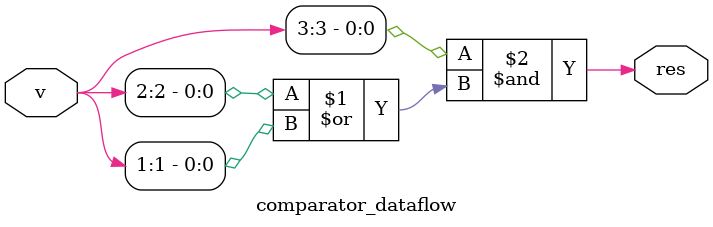
<source format=v>
`timescale 1ns / 1ps


module comparator_dataflow(
    input [3:0] v,
    output res
    );
    assign res = v[3] & (v[2] | v[1]);
endmodule

</source>
